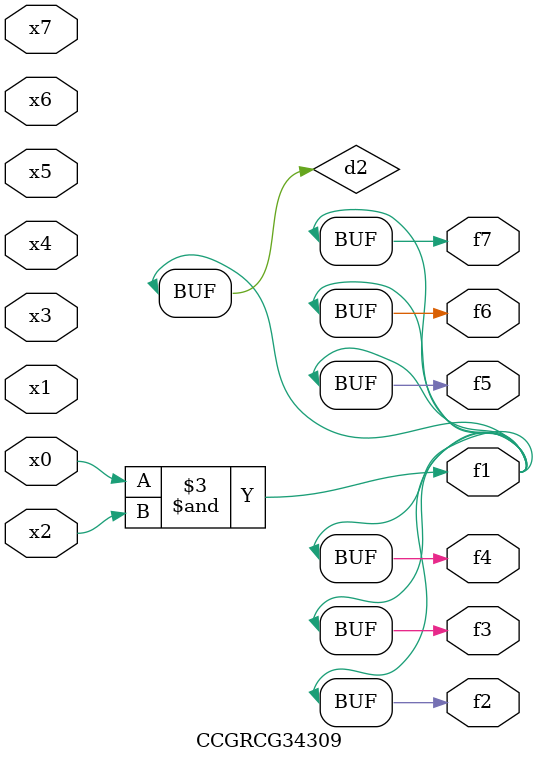
<source format=v>
module CCGRCG34309(
	input x0, x1, x2, x3, x4, x5, x6, x7,
	output f1, f2, f3, f4, f5, f6, f7
);

	wire d1, d2;

	nor (d1, x3, x6);
	and (d2, x0, x2);
	assign f1 = d2;
	assign f2 = d2;
	assign f3 = d2;
	assign f4 = d2;
	assign f5 = d2;
	assign f6 = d2;
	assign f7 = d2;
endmodule

</source>
